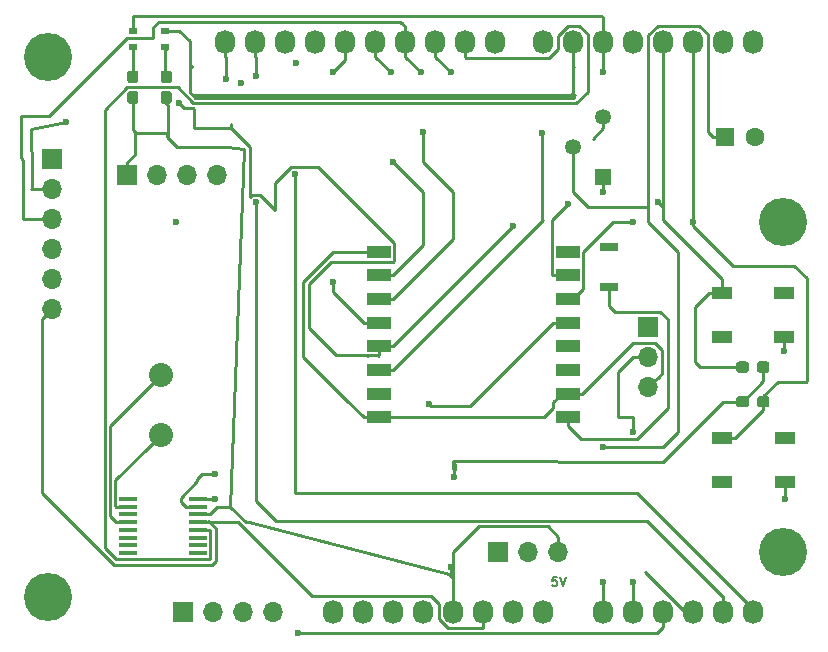
<source format=gtl>
G04 #@! TF.GenerationSoftware,KiCad,Pcbnew,(5.1.5)-3*
G04 #@! TF.CreationDate,2020-04-27T21:11:52-07:00*
G04 #@! TF.ProjectId,My_PCB,4d795f50-4342-42e6-9b69-6361645f7063,1*
G04 #@! TF.SameCoordinates,Original*
G04 #@! TF.FileFunction,Copper,L1,Top*
G04 #@! TF.FilePolarity,Positive*
%FSLAX46Y46*%
G04 Gerber Fmt 4.6, Leading zero omitted, Abs format (unit mm)*
G04 Created by KiCad (PCBNEW (5.1.5)-3) date 2020-04-27 21:11:52*
%MOMM*%
%LPD*%
G04 APERTURE LIST*
%ADD10C,0.150000*%
%ADD11C,4.064000*%
%ADD12R,2.000000X1.000000*%
%ADD13R,1.701800X0.990600*%
%ADD14C,0.100000*%
%ADD15O,1.727200X2.032000*%
%ADD16R,0.800000X0.600000*%
%ADD17C,1.346200*%
%ADD18R,1.346200X1.346200*%
%ADD19R,1.700000X1.700000*%
%ADD20O,1.700000X1.700000*%
%ADD21R,1.600000X0.800000*%
%ADD22R,1.500000X0.450000*%
%ADD23C,2.032000*%
%ADD24R,1.600000X1.600000*%
%ADD25C,1.600000*%
%ADD26C,0.600000*%
%ADD27C,0.250000*%
G04 APERTURE END LIST*
D10*
X157845142Y-120874285D02*
X157488000Y-120874285D01*
X157452285Y-121231428D01*
X157488000Y-121195714D01*
X157559428Y-121160000D01*
X157738000Y-121160000D01*
X157809428Y-121195714D01*
X157845142Y-121231428D01*
X157880857Y-121302857D01*
X157880857Y-121481428D01*
X157845142Y-121552857D01*
X157809428Y-121588571D01*
X157738000Y-121624285D01*
X157559428Y-121624285D01*
X157488000Y-121588571D01*
X157452285Y-121552857D01*
X158095142Y-120874285D02*
X158345142Y-121624285D01*
X158595142Y-120874285D01*
D11*
X177038000Y-90805000D03*
D12*
X142753001Y-93350001D03*
X142753001Y-95350001D03*
X142753001Y-97350001D03*
X142753001Y-99350001D03*
X142753001Y-101350001D03*
X142753001Y-103350001D03*
X142753001Y-105350001D03*
X142753001Y-107350001D03*
X158753001Y-107350001D03*
X158753001Y-105350001D03*
X158753001Y-103350001D03*
X158753001Y-101350001D03*
X158753001Y-99350001D03*
X158753001Y-97350001D03*
X158753001Y-95350001D03*
X158753001Y-93350001D03*
D13*
X177149600Y-109115001D03*
X177149600Y-112814999D03*
X171866400Y-112814999D03*
X171866400Y-109115001D03*
X177089600Y-96865001D03*
X177089600Y-100564999D03*
X171806400Y-100564999D03*
X171806400Y-96865001D03*
G04 #@! TA.AperFunction,SMDPad,CuDef*
D14*
G36*
X125038779Y-78006144D02*
G01*
X125061834Y-78009563D01*
X125084443Y-78015227D01*
X125106387Y-78023079D01*
X125127457Y-78033044D01*
X125147448Y-78045026D01*
X125166168Y-78058910D01*
X125183438Y-78074562D01*
X125199090Y-78091832D01*
X125212974Y-78110552D01*
X125224956Y-78130543D01*
X125234921Y-78151613D01*
X125242773Y-78173557D01*
X125248437Y-78196166D01*
X125251856Y-78219221D01*
X125253000Y-78242500D01*
X125253000Y-78817500D01*
X125251856Y-78840779D01*
X125248437Y-78863834D01*
X125242773Y-78886443D01*
X125234921Y-78908387D01*
X125224956Y-78929457D01*
X125212974Y-78949448D01*
X125199090Y-78968168D01*
X125183438Y-78985438D01*
X125166168Y-79001090D01*
X125147448Y-79014974D01*
X125127457Y-79026956D01*
X125106387Y-79036921D01*
X125084443Y-79044773D01*
X125061834Y-79050437D01*
X125038779Y-79053856D01*
X125015500Y-79055000D01*
X124540500Y-79055000D01*
X124517221Y-79053856D01*
X124494166Y-79050437D01*
X124471557Y-79044773D01*
X124449613Y-79036921D01*
X124428543Y-79026956D01*
X124408552Y-79014974D01*
X124389832Y-79001090D01*
X124372562Y-78985438D01*
X124356910Y-78968168D01*
X124343026Y-78949448D01*
X124331044Y-78929457D01*
X124321079Y-78908387D01*
X124313227Y-78886443D01*
X124307563Y-78863834D01*
X124304144Y-78840779D01*
X124303000Y-78817500D01*
X124303000Y-78242500D01*
X124304144Y-78219221D01*
X124307563Y-78196166D01*
X124313227Y-78173557D01*
X124321079Y-78151613D01*
X124331044Y-78130543D01*
X124343026Y-78110552D01*
X124356910Y-78091832D01*
X124372562Y-78074562D01*
X124389832Y-78058910D01*
X124408552Y-78045026D01*
X124428543Y-78033044D01*
X124449613Y-78023079D01*
X124471557Y-78015227D01*
X124494166Y-78009563D01*
X124517221Y-78006144D01*
X124540500Y-78005000D01*
X125015500Y-78005000D01*
X125038779Y-78006144D01*
G37*
G04 #@! TD.AperFunction*
G04 #@! TA.AperFunction,SMDPad,CuDef*
G36*
X125038779Y-79756144D02*
G01*
X125061834Y-79759563D01*
X125084443Y-79765227D01*
X125106387Y-79773079D01*
X125127457Y-79783044D01*
X125147448Y-79795026D01*
X125166168Y-79808910D01*
X125183438Y-79824562D01*
X125199090Y-79841832D01*
X125212974Y-79860552D01*
X125224956Y-79880543D01*
X125234921Y-79901613D01*
X125242773Y-79923557D01*
X125248437Y-79946166D01*
X125251856Y-79969221D01*
X125253000Y-79992500D01*
X125253000Y-80567500D01*
X125251856Y-80590779D01*
X125248437Y-80613834D01*
X125242773Y-80636443D01*
X125234921Y-80658387D01*
X125224956Y-80679457D01*
X125212974Y-80699448D01*
X125199090Y-80718168D01*
X125183438Y-80735438D01*
X125166168Y-80751090D01*
X125147448Y-80764974D01*
X125127457Y-80776956D01*
X125106387Y-80786921D01*
X125084443Y-80794773D01*
X125061834Y-80800437D01*
X125038779Y-80803856D01*
X125015500Y-80805000D01*
X124540500Y-80805000D01*
X124517221Y-80803856D01*
X124494166Y-80800437D01*
X124471557Y-80794773D01*
X124449613Y-80786921D01*
X124428543Y-80776956D01*
X124408552Y-80764974D01*
X124389832Y-80751090D01*
X124372562Y-80735438D01*
X124356910Y-80718168D01*
X124343026Y-80699448D01*
X124331044Y-80679457D01*
X124321079Y-80658387D01*
X124313227Y-80636443D01*
X124307563Y-80613834D01*
X124304144Y-80590779D01*
X124303000Y-80567500D01*
X124303000Y-79992500D01*
X124304144Y-79969221D01*
X124307563Y-79946166D01*
X124313227Y-79923557D01*
X124321079Y-79901613D01*
X124331044Y-79880543D01*
X124343026Y-79860552D01*
X124356910Y-79841832D01*
X124372562Y-79824562D01*
X124389832Y-79808910D01*
X124408552Y-79795026D01*
X124428543Y-79783044D01*
X124449613Y-79773079D01*
X124471557Y-79765227D01*
X124494166Y-79759563D01*
X124517221Y-79756144D01*
X124540500Y-79755000D01*
X125015500Y-79755000D01*
X125038779Y-79756144D01*
G37*
G04 #@! TD.AperFunction*
G04 #@! TA.AperFunction,SMDPad,CuDef*
G36*
X122208779Y-79756144D02*
G01*
X122231834Y-79759563D01*
X122254443Y-79765227D01*
X122276387Y-79773079D01*
X122297457Y-79783044D01*
X122317448Y-79795026D01*
X122336168Y-79808910D01*
X122353438Y-79824562D01*
X122369090Y-79841832D01*
X122382974Y-79860552D01*
X122394956Y-79880543D01*
X122404921Y-79901613D01*
X122412773Y-79923557D01*
X122418437Y-79946166D01*
X122421856Y-79969221D01*
X122423000Y-79992500D01*
X122423000Y-80567500D01*
X122421856Y-80590779D01*
X122418437Y-80613834D01*
X122412773Y-80636443D01*
X122404921Y-80658387D01*
X122394956Y-80679457D01*
X122382974Y-80699448D01*
X122369090Y-80718168D01*
X122353438Y-80735438D01*
X122336168Y-80751090D01*
X122317448Y-80764974D01*
X122297457Y-80776956D01*
X122276387Y-80786921D01*
X122254443Y-80794773D01*
X122231834Y-80800437D01*
X122208779Y-80803856D01*
X122185500Y-80805000D01*
X121710500Y-80805000D01*
X121687221Y-80803856D01*
X121664166Y-80800437D01*
X121641557Y-80794773D01*
X121619613Y-80786921D01*
X121598543Y-80776956D01*
X121578552Y-80764974D01*
X121559832Y-80751090D01*
X121542562Y-80735438D01*
X121526910Y-80718168D01*
X121513026Y-80699448D01*
X121501044Y-80679457D01*
X121491079Y-80658387D01*
X121483227Y-80636443D01*
X121477563Y-80613834D01*
X121474144Y-80590779D01*
X121473000Y-80567500D01*
X121473000Y-79992500D01*
X121474144Y-79969221D01*
X121477563Y-79946166D01*
X121483227Y-79923557D01*
X121491079Y-79901613D01*
X121501044Y-79880543D01*
X121513026Y-79860552D01*
X121526910Y-79841832D01*
X121542562Y-79824562D01*
X121559832Y-79808910D01*
X121578552Y-79795026D01*
X121598543Y-79783044D01*
X121619613Y-79773079D01*
X121641557Y-79765227D01*
X121664166Y-79759563D01*
X121687221Y-79756144D01*
X121710500Y-79755000D01*
X122185500Y-79755000D01*
X122208779Y-79756144D01*
G37*
G04 #@! TD.AperFunction*
G04 #@! TA.AperFunction,SMDPad,CuDef*
G36*
X122208779Y-78006144D02*
G01*
X122231834Y-78009563D01*
X122254443Y-78015227D01*
X122276387Y-78023079D01*
X122297457Y-78033044D01*
X122317448Y-78045026D01*
X122336168Y-78058910D01*
X122353438Y-78074562D01*
X122369090Y-78091832D01*
X122382974Y-78110552D01*
X122394956Y-78130543D01*
X122404921Y-78151613D01*
X122412773Y-78173557D01*
X122418437Y-78196166D01*
X122421856Y-78219221D01*
X122423000Y-78242500D01*
X122423000Y-78817500D01*
X122421856Y-78840779D01*
X122418437Y-78863834D01*
X122412773Y-78886443D01*
X122404921Y-78908387D01*
X122394956Y-78929457D01*
X122382974Y-78949448D01*
X122369090Y-78968168D01*
X122353438Y-78985438D01*
X122336168Y-79001090D01*
X122317448Y-79014974D01*
X122297457Y-79026956D01*
X122276387Y-79036921D01*
X122254443Y-79044773D01*
X122231834Y-79050437D01*
X122208779Y-79053856D01*
X122185500Y-79055000D01*
X121710500Y-79055000D01*
X121687221Y-79053856D01*
X121664166Y-79050437D01*
X121641557Y-79044773D01*
X121619613Y-79036921D01*
X121598543Y-79026956D01*
X121578552Y-79014974D01*
X121559832Y-79001090D01*
X121542562Y-78985438D01*
X121526910Y-78968168D01*
X121513026Y-78949448D01*
X121501044Y-78929457D01*
X121491079Y-78908387D01*
X121483227Y-78886443D01*
X121477563Y-78863834D01*
X121474144Y-78840779D01*
X121473000Y-78817500D01*
X121473000Y-78242500D01*
X121474144Y-78219221D01*
X121477563Y-78196166D01*
X121483227Y-78173557D01*
X121491079Y-78151613D01*
X121501044Y-78130543D01*
X121513026Y-78110552D01*
X121526910Y-78091832D01*
X121542562Y-78074562D01*
X121559832Y-78058910D01*
X121578552Y-78045026D01*
X121598543Y-78033044D01*
X121619613Y-78023079D01*
X121641557Y-78015227D01*
X121664166Y-78009563D01*
X121687221Y-78006144D01*
X121710500Y-78005000D01*
X122185500Y-78005000D01*
X122208779Y-78006144D01*
G37*
G04 #@! TD.AperFunction*
G04 #@! TA.AperFunction,SMDPad,CuDef*
G36*
X173883779Y-105581144D02*
G01*
X173906834Y-105584563D01*
X173929443Y-105590227D01*
X173951387Y-105598079D01*
X173972457Y-105608044D01*
X173992448Y-105620026D01*
X174011168Y-105633910D01*
X174028438Y-105649562D01*
X174044090Y-105666832D01*
X174057974Y-105685552D01*
X174069956Y-105705543D01*
X174079921Y-105726613D01*
X174087773Y-105748557D01*
X174093437Y-105771166D01*
X174096856Y-105794221D01*
X174098000Y-105817500D01*
X174098000Y-106292500D01*
X174096856Y-106315779D01*
X174093437Y-106338834D01*
X174087773Y-106361443D01*
X174079921Y-106383387D01*
X174069956Y-106404457D01*
X174057974Y-106424448D01*
X174044090Y-106443168D01*
X174028438Y-106460438D01*
X174011168Y-106476090D01*
X173992448Y-106489974D01*
X173972457Y-106501956D01*
X173951387Y-106511921D01*
X173929443Y-106519773D01*
X173906834Y-106525437D01*
X173883779Y-106528856D01*
X173860500Y-106530000D01*
X173285500Y-106530000D01*
X173262221Y-106528856D01*
X173239166Y-106525437D01*
X173216557Y-106519773D01*
X173194613Y-106511921D01*
X173173543Y-106501956D01*
X173153552Y-106489974D01*
X173134832Y-106476090D01*
X173117562Y-106460438D01*
X173101910Y-106443168D01*
X173088026Y-106424448D01*
X173076044Y-106404457D01*
X173066079Y-106383387D01*
X173058227Y-106361443D01*
X173052563Y-106338834D01*
X173049144Y-106315779D01*
X173048000Y-106292500D01*
X173048000Y-105817500D01*
X173049144Y-105794221D01*
X173052563Y-105771166D01*
X173058227Y-105748557D01*
X173066079Y-105726613D01*
X173076044Y-105705543D01*
X173088026Y-105685552D01*
X173101910Y-105666832D01*
X173117562Y-105649562D01*
X173134832Y-105633910D01*
X173153552Y-105620026D01*
X173173543Y-105608044D01*
X173194613Y-105598079D01*
X173216557Y-105590227D01*
X173239166Y-105584563D01*
X173262221Y-105581144D01*
X173285500Y-105580000D01*
X173860500Y-105580000D01*
X173883779Y-105581144D01*
G37*
G04 #@! TD.AperFunction*
G04 #@! TA.AperFunction,SMDPad,CuDef*
G36*
X175633779Y-105581144D02*
G01*
X175656834Y-105584563D01*
X175679443Y-105590227D01*
X175701387Y-105598079D01*
X175722457Y-105608044D01*
X175742448Y-105620026D01*
X175761168Y-105633910D01*
X175778438Y-105649562D01*
X175794090Y-105666832D01*
X175807974Y-105685552D01*
X175819956Y-105705543D01*
X175829921Y-105726613D01*
X175837773Y-105748557D01*
X175843437Y-105771166D01*
X175846856Y-105794221D01*
X175848000Y-105817500D01*
X175848000Y-106292500D01*
X175846856Y-106315779D01*
X175843437Y-106338834D01*
X175837773Y-106361443D01*
X175829921Y-106383387D01*
X175819956Y-106404457D01*
X175807974Y-106424448D01*
X175794090Y-106443168D01*
X175778438Y-106460438D01*
X175761168Y-106476090D01*
X175742448Y-106489974D01*
X175722457Y-106501956D01*
X175701387Y-106511921D01*
X175679443Y-106519773D01*
X175656834Y-106525437D01*
X175633779Y-106528856D01*
X175610500Y-106530000D01*
X175035500Y-106530000D01*
X175012221Y-106528856D01*
X174989166Y-106525437D01*
X174966557Y-106519773D01*
X174944613Y-106511921D01*
X174923543Y-106501956D01*
X174903552Y-106489974D01*
X174884832Y-106476090D01*
X174867562Y-106460438D01*
X174851910Y-106443168D01*
X174838026Y-106424448D01*
X174826044Y-106404457D01*
X174816079Y-106383387D01*
X174808227Y-106361443D01*
X174802563Y-106338834D01*
X174799144Y-106315779D01*
X174798000Y-106292500D01*
X174798000Y-105817500D01*
X174799144Y-105794221D01*
X174802563Y-105771166D01*
X174808227Y-105748557D01*
X174816079Y-105726613D01*
X174826044Y-105705543D01*
X174838026Y-105685552D01*
X174851910Y-105666832D01*
X174867562Y-105649562D01*
X174884832Y-105633910D01*
X174903552Y-105620026D01*
X174923543Y-105608044D01*
X174944613Y-105598079D01*
X174966557Y-105590227D01*
X174989166Y-105584563D01*
X175012221Y-105581144D01*
X175035500Y-105580000D01*
X175610500Y-105580000D01*
X175633779Y-105581144D01*
G37*
G04 #@! TD.AperFunction*
G04 #@! TA.AperFunction,SMDPad,CuDef*
G36*
X175633779Y-102631144D02*
G01*
X175656834Y-102634563D01*
X175679443Y-102640227D01*
X175701387Y-102648079D01*
X175722457Y-102658044D01*
X175742448Y-102670026D01*
X175761168Y-102683910D01*
X175778438Y-102699562D01*
X175794090Y-102716832D01*
X175807974Y-102735552D01*
X175819956Y-102755543D01*
X175829921Y-102776613D01*
X175837773Y-102798557D01*
X175843437Y-102821166D01*
X175846856Y-102844221D01*
X175848000Y-102867500D01*
X175848000Y-103342500D01*
X175846856Y-103365779D01*
X175843437Y-103388834D01*
X175837773Y-103411443D01*
X175829921Y-103433387D01*
X175819956Y-103454457D01*
X175807974Y-103474448D01*
X175794090Y-103493168D01*
X175778438Y-103510438D01*
X175761168Y-103526090D01*
X175742448Y-103539974D01*
X175722457Y-103551956D01*
X175701387Y-103561921D01*
X175679443Y-103569773D01*
X175656834Y-103575437D01*
X175633779Y-103578856D01*
X175610500Y-103580000D01*
X175035500Y-103580000D01*
X175012221Y-103578856D01*
X174989166Y-103575437D01*
X174966557Y-103569773D01*
X174944613Y-103561921D01*
X174923543Y-103551956D01*
X174903552Y-103539974D01*
X174884832Y-103526090D01*
X174867562Y-103510438D01*
X174851910Y-103493168D01*
X174838026Y-103474448D01*
X174826044Y-103454457D01*
X174816079Y-103433387D01*
X174808227Y-103411443D01*
X174802563Y-103388834D01*
X174799144Y-103365779D01*
X174798000Y-103342500D01*
X174798000Y-102867500D01*
X174799144Y-102844221D01*
X174802563Y-102821166D01*
X174808227Y-102798557D01*
X174816079Y-102776613D01*
X174826044Y-102755543D01*
X174838026Y-102735552D01*
X174851910Y-102716832D01*
X174867562Y-102699562D01*
X174884832Y-102683910D01*
X174903552Y-102670026D01*
X174923543Y-102658044D01*
X174944613Y-102648079D01*
X174966557Y-102640227D01*
X174989166Y-102634563D01*
X175012221Y-102631144D01*
X175035500Y-102630000D01*
X175610500Y-102630000D01*
X175633779Y-102631144D01*
G37*
G04 #@! TD.AperFunction*
G04 #@! TA.AperFunction,SMDPad,CuDef*
G36*
X173883779Y-102631144D02*
G01*
X173906834Y-102634563D01*
X173929443Y-102640227D01*
X173951387Y-102648079D01*
X173972457Y-102658044D01*
X173992448Y-102670026D01*
X174011168Y-102683910D01*
X174028438Y-102699562D01*
X174044090Y-102716832D01*
X174057974Y-102735552D01*
X174069956Y-102755543D01*
X174079921Y-102776613D01*
X174087773Y-102798557D01*
X174093437Y-102821166D01*
X174096856Y-102844221D01*
X174098000Y-102867500D01*
X174098000Y-103342500D01*
X174096856Y-103365779D01*
X174093437Y-103388834D01*
X174087773Y-103411443D01*
X174079921Y-103433387D01*
X174069956Y-103454457D01*
X174057974Y-103474448D01*
X174044090Y-103493168D01*
X174028438Y-103510438D01*
X174011168Y-103526090D01*
X173992448Y-103539974D01*
X173972457Y-103551956D01*
X173951387Y-103561921D01*
X173929443Y-103569773D01*
X173906834Y-103575437D01*
X173883779Y-103578856D01*
X173860500Y-103580000D01*
X173285500Y-103580000D01*
X173262221Y-103578856D01*
X173239166Y-103575437D01*
X173216557Y-103569773D01*
X173194613Y-103561921D01*
X173173543Y-103551956D01*
X173153552Y-103539974D01*
X173134832Y-103526090D01*
X173117562Y-103510438D01*
X173101910Y-103493168D01*
X173088026Y-103474448D01*
X173076044Y-103454457D01*
X173066079Y-103433387D01*
X173058227Y-103411443D01*
X173052563Y-103388834D01*
X173049144Y-103365779D01*
X173048000Y-103342500D01*
X173048000Y-102867500D01*
X173049144Y-102844221D01*
X173052563Y-102821166D01*
X173058227Y-102798557D01*
X173066079Y-102776613D01*
X173076044Y-102755543D01*
X173088026Y-102735552D01*
X173101910Y-102716832D01*
X173117562Y-102699562D01*
X173134832Y-102683910D01*
X173153552Y-102670026D01*
X173173543Y-102658044D01*
X173194613Y-102648079D01*
X173216557Y-102640227D01*
X173239166Y-102634563D01*
X173262221Y-102631144D01*
X173285500Y-102630000D01*
X173860500Y-102630000D01*
X173883779Y-102631144D01*
G37*
G04 #@! TD.AperFunction*
D15*
X138938000Y-123825000D03*
X141478000Y-123825000D03*
X144018000Y-123825000D03*
X146558000Y-123825000D03*
X149098000Y-123825000D03*
X151638000Y-123825000D03*
X154178000Y-123825000D03*
X156718000Y-123825000D03*
X161798000Y-123825000D03*
X164338000Y-123825000D03*
X166878000Y-123825000D03*
X169418000Y-123825000D03*
X171958000Y-123825000D03*
X174498000Y-123825000D03*
X129794000Y-75565000D03*
X132334000Y-75565000D03*
X134874000Y-75565000D03*
X137414000Y-75565000D03*
X139954000Y-75565000D03*
X142494000Y-75565000D03*
X145034000Y-75565000D03*
X147574000Y-75565000D03*
X150114000Y-75565000D03*
X152654000Y-75565000D03*
X156718000Y-75565000D03*
X159258000Y-75565000D03*
X161798000Y-75565000D03*
X164338000Y-75565000D03*
X166878000Y-75565000D03*
X169418000Y-75565000D03*
X171958000Y-75565000D03*
X174498000Y-75565000D03*
D11*
X114808000Y-122555000D03*
X177038000Y-118745000D03*
X114808000Y-76835000D03*
D16*
X121948000Y-74615000D03*
X121948000Y-76015000D03*
X124698000Y-76015000D03*
X124698000Y-74615000D03*
D17*
X161798000Y-81915000D03*
X159258000Y-84455000D03*
D18*
X161798000Y-86995000D03*
D19*
X165608000Y-99695000D03*
D20*
X165608000Y-102235000D03*
X165608000Y-104775000D03*
D19*
X126238000Y-123825000D03*
D20*
X128778000Y-123825000D03*
X131318000Y-123825000D03*
X133858000Y-123825000D03*
D19*
X152908000Y-118745000D03*
D20*
X155448000Y-118745000D03*
X157988000Y-118745000D03*
D21*
X162303001Y-96300001D03*
X162303001Y-92900001D03*
D22*
X121548000Y-114290000D03*
X121548000Y-114940000D03*
X121548000Y-115590000D03*
X121548000Y-116240000D03*
X121548000Y-116890000D03*
X121548000Y-117540000D03*
X121548000Y-118190000D03*
X121548000Y-118840000D03*
X127448000Y-118840000D03*
X127448000Y-118190000D03*
X127448000Y-117540000D03*
X127448000Y-116890000D03*
X127448000Y-116240000D03*
X127448000Y-115590000D03*
X127448000Y-114940000D03*
X127448000Y-114290000D03*
D23*
X124298000Y-108865000D03*
X124298000Y-103785000D03*
D19*
X121498000Y-86865000D03*
D20*
X124038000Y-86865000D03*
X126578000Y-86865000D03*
X129118000Y-86865000D03*
D19*
X115098000Y-85465000D03*
D20*
X115098000Y-88005000D03*
X115098000Y-90545000D03*
X115098000Y-93085000D03*
X115098000Y-95625000D03*
X115098000Y-98165000D03*
D24*
X172098000Y-83665000D03*
D25*
X174598000Y-83665000D03*
D26*
X149138000Y-112395000D03*
X148888000Y-120015000D03*
X161798000Y-88265000D03*
X177068000Y-101785000D03*
X177148000Y-114275000D03*
X131098000Y-79065000D03*
X135766400Y-77365000D03*
X161798000Y-109855000D03*
X161798000Y-121285000D03*
X164338000Y-121285000D03*
X164338000Y-108585000D03*
X128873000Y-114290000D03*
X135949020Y-125616020D03*
X128898000Y-112165000D03*
X132378000Y-78455000D03*
X132378000Y-89135000D03*
X135638000Y-86785000D03*
X129858000Y-78715000D03*
X161798000Y-78105000D03*
X161798000Y-78105000D03*
X156633001Y-83269999D03*
X158798000Y-89265000D03*
X166398000Y-89165000D03*
X164338000Y-90805000D03*
X169418000Y-90805000D03*
X138938000Y-78105000D03*
X138938000Y-95885000D03*
X148848000Y-78105000D03*
X154178000Y-91175002D03*
X116298000Y-82365000D03*
X125898000Y-80765000D03*
X146998000Y-106265000D03*
X143768000Y-78105000D03*
X144018000Y-85725000D03*
X125598000Y-90865000D03*
X142753001Y-95350001D03*
X146558000Y-83185000D03*
X146308000Y-78105000D03*
D27*
X149138000Y-111225000D02*
X149138000Y-111225000D01*
X161798000Y-88265000D02*
X161798000Y-88265000D01*
X149098000Y-118745000D02*
X149098000Y-121285000D01*
X149098000Y-121015000D02*
X149098000Y-123825000D01*
X124778000Y-80805000D02*
X124908000Y-80935000D01*
X124778000Y-80280000D02*
X124778000Y-80805000D01*
X124908000Y-80935000D02*
X124908000Y-83775000D01*
X121948000Y-83045000D02*
X121948000Y-80280000D01*
X124748000Y-83315000D02*
X122218000Y-83315000D01*
X124908000Y-83775000D02*
X124848000Y-83415000D01*
X124848000Y-83415000D02*
X124748000Y-83315000D01*
X175323000Y-104305000D02*
X173573000Y-106055000D01*
X175323000Y-103105000D02*
X175323000Y-104305000D01*
X148888000Y-120805000D02*
X149098000Y-121015000D01*
X149138000Y-112395000D02*
X149188000Y-111275000D01*
X148888000Y-120805000D02*
X148888000Y-120015000D01*
X166878000Y-111125000D02*
X171958000Y-106045000D01*
X149138000Y-112395000D02*
X149098000Y-111085000D01*
X149098000Y-111085000D02*
X166878000Y-111125000D01*
X161798000Y-86995000D02*
X161798000Y-88265000D01*
X157988000Y-117475000D02*
X157068010Y-116555010D01*
X157988000Y-118745000D02*
X157988000Y-117475000D01*
X151287990Y-116555010D02*
X149098000Y-118745000D01*
X157068010Y-116555010D02*
X151287990Y-116555010D01*
X149098000Y-121285000D02*
X149098000Y-123825000D01*
X148748000Y-120665000D02*
X148888000Y-120805000D01*
X131798000Y-116265000D02*
X148748000Y-120665000D01*
X131798000Y-116265000D02*
X131498000Y-116265000D01*
X131498000Y-116265000D02*
X130198000Y-114965000D01*
X129073000Y-114965000D02*
X130198000Y-114965000D01*
X128448000Y-115590000D02*
X129073000Y-114965000D01*
X127448000Y-115590000D02*
X128448000Y-115590000D01*
X171968000Y-106055000D02*
X173573000Y-106055000D01*
X171958000Y-106045000D02*
X171968000Y-106055000D01*
X124848000Y-83615000D02*
X124848000Y-83415000D01*
X125698000Y-84465000D02*
X124848000Y-83615000D01*
X129898000Y-84465000D02*
X125698000Y-84465000D01*
X130198000Y-114965000D02*
X131398000Y-84665000D01*
X131398000Y-84665000D02*
X129898000Y-84465000D01*
X121498000Y-85765000D02*
X122098000Y-85165000D01*
X121498000Y-86865000D02*
X121498000Y-85765000D01*
X122098000Y-85165000D02*
X122098000Y-83165000D01*
X122218000Y-83315000D02*
X122098000Y-83165000D01*
X122098000Y-83165000D02*
X121948000Y-83045000D01*
X177148000Y-114275000D02*
X177148000Y-114275000D01*
X177068000Y-101785000D02*
X177068000Y-101785000D01*
X140008000Y-105855000D02*
X136398000Y-102245000D01*
X166783001Y-103599999D02*
X166457999Y-103925001D01*
X161798000Y-82866907D02*
X160898000Y-83766907D01*
X161798000Y-81915000D02*
X161798000Y-82866907D01*
X177089600Y-101310299D02*
X177068000Y-101331899D01*
X177089600Y-100564999D02*
X177089600Y-101310299D01*
X177068000Y-101331899D02*
X177068000Y-101785000D01*
X177149600Y-113560299D02*
X177148000Y-113561899D01*
X177149600Y-112814999D02*
X177149600Y-113560299D01*
X177148000Y-113561899D02*
X177148000Y-114275000D01*
X157503001Y-106100001D02*
X158253001Y-105350001D01*
X157503001Y-106600001D02*
X157503001Y-106100001D01*
X156753001Y-107350001D02*
X157503001Y-106600001D01*
X158253001Y-105350001D02*
X158753001Y-105350001D01*
X142753001Y-107350001D02*
X156753001Y-107350001D01*
X141503001Y-107350001D02*
X140008000Y-105855000D01*
X142753001Y-107350001D02*
X141503001Y-107350001D01*
X138943001Y-93350001D02*
X142753001Y-93350001D01*
X136398000Y-102245000D02*
X136398000Y-95885000D01*
X138938000Y-93345000D02*
X138943001Y-93350001D01*
X136398000Y-95885000D02*
X138938000Y-93345000D01*
X166457999Y-103925001D02*
X165608000Y-104775000D01*
X166783001Y-101670999D02*
X166783001Y-103599999D01*
X166172001Y-101059999D02*
X166783001Y-101670999D01*
X164293003Y-101059999D02*
X166172001Y-101059999D01*
X160003001Y-105350001D02*
X164293003Y-101059999D01*
X158753001Y-105350001D02*
X160003001Y-105350001D01*
X127448000Y-116240000D02*
X128448000Y-116240000D01*
X151638000Y-125091000D02*
X151638000Y-123825000D01*
X151562990Y-125166010D02*
X151638000Y-125091000D01*
X147909390Y-124469738D02*
X148605662Y-125166010D01*
X147909390Y-123180262D02*
X147909390Y-124469738D01*
X147213118Y-122483990D02*
X147909390Y-123180262D01*
X148605662Y-125166010D02*
X151562990Y-125166010D01*
X130836590Y-116240000D02*
X137080580Y-122483990D01*
X137080580Y-122483990D02*
X147213118Y-122483990D01*
X127448000Y-116240000D02*
X130836590Y-116240000D01*
X128973010Y-116765010D02*
X128348001Y-116140001D01*
X114248001Y-99014999D02*
X114248001Y-113736413D01*
X120351599Y-119840011D02*
X128644402Y-119840010D01*
X115098000Y-98165000D02*
X114248001Y-99014999D01*
X128973010Y-119511402D02*
X128973010Y-116765010D01*
X114248001Y-113736413D02*
X120351599Y-119840011D01*
X128644402Y-119840010D02*
X128973010Y-119511402D01*
X161798000Y-109855000D02*
X161798000Y-109855000D01*
X161798000Y-121285000D02*
X161798000Y-121285000D01*
X168148000Y-95885000D02*
X168148000Y-97155000D01*
X168148000Y-93345000D02*
X168148000Y-97155000D01*
X168148000Y-107315000D02*
X168148000Y-108585000D01*
X159258000Y-84455000D02*
X159258000Y-86386202D01*
X159258000Y-84455000D02*
X159258000Y-88265000D01*
X159258000Y-88265000D02*
X160528000Y-89535000D01*
X160528000Y-89535000D02*
X165608000Y-89535000D01*
X165608000Y-89535000D02*
X165608000Y-90805000D01*
X165608000Y-90805000D02*
X168148000Y-93345000D01*
X168148000Y-97155000D02*
X168148000Y-107315000D01*
X168148000Y-108585000D02*
X166878000Y-109855000D01*
X166878000Y-109855000D02*
X161798000Y-109855000D01*
X161798000Y-123825000D02*
X161798000Y-121285000D01*
X165608000Y-75001652D02*
X165608000Y-89535000D01*
X166385662Y-74223990D02*
X165608000Y-75001652D01*
X169910338Y-74223990D02*
X166385662Y-74223990D01*
X170606610Y-83223610D02*
X170606610Y-74920262D01*
X170606610Y-74920262D02*
X169910338Y-74223990D01*
X171048000Y-83665000D02*
X170606610Y-83223610D01*
X172098000Y-83665000D02*
X171048000Y-83665000D01*
X164338000Y-121285000D02*
X164338000Y-121285000D01*
X164338000Y-108585000D02*
X164338000Y-108585000D01*
X165608000Y-102235000D02*
X164338000Y-102235000D01*
X164338000Y-102235000D02*
X163068000Y-103505000D01*
X163068000Y-103505000D02*
X163068000Y-107315000D01*
X163068000Y-107315000D02*
X164338000Y-107315000D01*
X164338000Y-107315000D02*
X164338000Y-108585000D01*
X164338000Y-123825000D02*
X164338000Y-121285000D01*
X128873000Y-114290000D02*
X128873000Y-114290000D01*
X135949020Y-125616020D02*
X135949020Y-125616020D01*
X166352980Y-125616020D02*
X135949020Y-125616020D01*
X166878000Y-123825000D02*
X166878000Y-125091000D01*
X166878000Y-125091000D02*
X166352980Y-125616020D01*
X127448000Y-114290000D02*
X128873000Y-114290000D01*
X128898000Y-112165000D02*
X128898000Y-112165000D01*
X128698000Y-112165000D02*
X128898000Y-112165000D01*
X169418000Y-124531652D02*
X165355747Y-120469399D01*
X126448000Y-114940000D02*
X125998000Y-114490000D01*
X127448000Y-114940000D02*
X126448000Y-114940000D01*
X125998000Y-114179998D02*
X127412998Y-112765000D01*
X125998000Y-114490000D02*
X125998000Y-114179998D01*
X169418000Y-123825000D02*
X169418000Y-124531652D01*
X127412998Y-112765000D02*
X127412998Y-112550002D01*
X127412998Y-112550002D02*
X127798000Y-112165000D01*
X127798000Y-112165000D02*
X128698000Y-112165000D01*
X132378000Y-89135000D02*
X132378000Y-89135000D01*
X132378000Y-78455000D02*
X132378000Y-78455000D01*
X171958000Y-122559000D02*
X171798000Y-122399000D01*
X171958000Y-123825000D02*
X171958000Y-122559000D01*
X171958000Y-122559000D02*
X167634000Y-118235000D01*
X171958000Y-122559000D02*
X165504000Y-116105000D01*
X165504000Y-116105000D02*
X134038000Y-116105000D01*
X134038000Y-116105000D02*
X132378000Y-114445000D01*
X132378000Y-114445000D02*
X132378000Y-89135000D01*
X132378000Y-89135000D02*
X132318000Y-89075000D01*
X132334000Y-76831000D02*
X132378000Y-76875000D01*
X132334000Y-75565000D02*
X132334000Y-76831000D01*
X132378000Y-76875000D02*
X132378000Y-78455000D01*
X135638000Y-86785000D02*
X135638000Y-86785000D01*
X129794000Y-76831000D02*
X129858000Y-76895000D01*
X129794000Y-75565000D02*
X129794000Y-76831000D01*
X129858000Y-76895000D02*
X129858000Y-78715000D01*
X174498000Y-123825000D02*
X174498000Y-123575000D01*
X174498000Y-123575000D02*
X164658000Y-113735000D01*
X164658000Y-113735000D02*
X135638000Y-113735000D01*
X135638000Y-113735000D02*
X135638000Y-86785000D01*
X129858000Y-78715000D02*
X129858000Y-78725000D01*
X157210338Y-76906010D02*
X150189010Y-76906010D01*
X157906610Y-76209738D02*
X157210338Y-76906010D01*
X157906610Y-75083042D02*
X157906610Y-76209738D01*
X159750338Y-74223990D02*
X158765662Y-74223990D01*
X150114000Y-76831000D02*
X150114000Y-75565000D01*
X160446610Y-74920262D02*
X159750338Y-74223990D01*
X160446610Y-79777800D02*
X160446610Y-74920262D01*
X159484400Y-80740010D02*
X160446610Y-79777800D01*
X150189010Y-76906010D02*
X150114000Y-76831000D01*
X127061600Y-80740010D02*
X159484400Y-80740010D01*
X125751580Y-79429990D02*
X127061600Y-80740010D01*
X121477500Y-79429990D02*
X125751580Y-79429990D01*
X119572979Y-118424981D02*
X119572979Y-81334511D01*
X120537999Y-119390001D02*
X119572979Y-118424981D01*
X128458001Y-119390001D02*
X120537999Y-119390001D01*
X128523001Y-119325001D02*
X128458001Y-119390001D01*
X128523001Y-116965001D02*
X128523001Y-119325001D01*
X119572979Y-81334511D02*
X121477500Y-79429990D01*
X128448000Y-116890000D02*
X128523001Y-116965001D01*
X158765662Y-74223990D02*
X157906610Y-75083042D01*
X127448000Y-116890000D02*
X128448000Y-116890000D01*
X126748000Y-77465000D02*
X126998000Y-77715000D01*
X127048000Y-80090000D02*
X159348000Y-80090000D01*
X159298000Y-77715000D02*
X159258000Y-77675000D01*
X126748000Y-76815000D02*
X126748000Y-79790000D01*
X126748000Y-76815000D02*
X126748000Y-77465000D01*
X126748000Y-79790000D02*
X127248000Y-80290000D01*
X127248000Y-80290000D02*
X159298000Y-80290000D01*
X159298000Y-80290000D02*
X159123000Y-80115000D01*
X159123000Y-80115000D02*
X159123000Y-79990000D01*
X159123000Y-79990000D02*
X159258000Y-79855000D01*
X159258000Y-77675000D02*
X159258000Y-77605000D01*
X159258000Y-79855000D02*
X159258000Y-77605000D01*
X159258000Y-77605000D02*
X159258000Y-75565000D01*
X125898000Y-74615000D02*
X124698000Y-74615000D01*
X126748000Y-76815000D02*
X126748000Y-75465000D01*
X126748000Y-75465000D02*
X125898000Y-74615000D01*
X161798000Y-78105000D02*
X161798000Y-78105000D01*
X156633001Y-83269999D02*
X156633001Y-83269999D01*
X161798000Y-78105000D02*
X161798000Y-78105000D01*
X161798000Y-73565000D02*
X161798000Y-75565000D01*
X121948000Y-74615000D02*
X121948000Y-73465000D01*
X161658010Y-73425010D02*
X161798000Y-73565000D01*
X121987990Y-73425010D02*
X161658010Y-73425010D01*
X121948000Y-73465000D02*
X121987990Y-73425010D01*
X142753001Y-103350001D02*
X144003001Y-103350001D01*
X156633001Y-90720001D02*
X156633001Y-83269999D01*
X156633001Y-90720001D02*
X156718000Y-90635002D01*
X144003001Y-103350001D02*
X156633001Y-90720001D01*
X161798000Y-75565000D02*
X161798000Y-78105000D01*
X158798000Y-89265000D02*
X158798000Y-89265000D01*
X166398000Y-89165000D02*
X166398000Y-89165000D01*
X170705500Y-96865001D02*
X171806400Y-96865001D01*
X169548000Y-102645000D02*
X169548000Y-98022501D01*
X173573000Y-103105000D02*
X170008000Y-103105000D01*
X169548000Y-98022501D02*
X170705500Y-96865001D01*
X170008000Y-103105000D02*
X169548000Y-102645000D01*
X171806400Y-96865001D02*
X171806400Y-95623400D01*
X166878000Y-90695000D02*
X166878000Y-75565000D01*
X171806400Y-95623400D02*
X166878000Y-90695000D01*
X157428000Y-95275000D02*
X157428000Y-90635000D01*
X158753001Y-95350001D02*
X157503001Y-95350001D01*
X157503001Y-95350001D02*
X157428000Y-95275000D01*
X157428000Y-90635000D02*
X158798000Y-89265000D01*
X166878000Y-90695000D02*
X166878000Y-89545000D01*
X166423001Y-89139999D02*
X166398000Y-89165000D01*
X166423001Y-89090001D02*
X166423001Y-89139999D01*
X166878000Y-89545000D02*
X166398000Y-89165000D01*
X164338000Y-90805000D02*
X164338000Y-90805000D01*
X172967300Y-109115001D02*
X171866400Y-109115001D01*
X175323000Y-106759301D02*
X172967300Y-109115001D01*
X175323000Y-106055000D02*
X175323000Y-106759301D01*
X169418000Y-91175000D02*
X169418000Y-90805000D01*
X177918000Y-94525000D02*
X172768000Y-94525000D01*
X178998000Y-95605000D02*
X177918000Y-94525000D01*
X175323000Y-105580000D02*
X176538000Y-104365000D01*
X175323000Y-106055000D02*
X175323000Y-105580000D01*
X172768000Y-94525000D02*
X169418000Y-91175000D01*
X176538000Y-104365000D02*
X178948000Y-104365000D01*
X178948000Y-104365000D02*
X178998000Y-104315000D01*
X178998000Y-104315000D02*
X178998000Y-95605000D01*
X160078002Y-96525000D02*
X160078002Y-93339998D01*
X160078002Y-93339998D02*
X162613000Y-90805000D01*
X158753001Y-97350001D02*
X159253001Y-97350001D01*
X159253001Y-97350001D02*
X160078002Y-96525000D01*
X162613000Y-90805000D02*
X164338000Y-90805000D01*
X169418000Y-90805000D02*
X169418000Y-75565000D01*
X138938000Y-95885000D02*
X138938000Y-95885000D01*
X138938000Y-78105000D02*
X138938000Y-78105000D01*
X141503001Y-99350001D02*
X138938000Y-96785000D01*
X142753001Y-99350001D02*
X141503001Y-99350001D01*
X139954000Y-75565000D02*
X139954000Y-77089000D01*
X139954000Y-77089000D02*
X138938000Y-78105000D01*
X138938000Y-96785000D02*
X138938000Y-95885000D01*
X154178000Y-91175002D02*
X154178000Y-91175002D01*
X148848000Y-78105000D02*
X148848000Y-78105000D01*
X144003001Y-101350001D02*
X154178000Y-91175002D01*
X142753001Y-101350001D02*
X144003001Y-101350001D01*
X147574000Y-76831000D02*
X148848000Y-78105000D01*
X147574000Y-75565000D02*
X147574000Y-76831000D01*
X142753001Y-102100001D02*
X142688002Y-102165000D01*
X142753001Y-101350001D02*
X142753001Y-102100001D01*
X141898000Y-102165000D02*
X141798000Y-102165000D01*
X131868697Y-84470032D02*
X130263665Y-82865000D01*
X132077999Y-88509999D02*
X131868697Y-88719301D01*
X132678001Y-88509999D02*
X132077999Y-88509999D01*
X133998000Y-89829998D02*
X132678001Y-88509999D01*
X139133001Y-102100001D02*
X136848010Y-99815010D01*
X136848010Y-96071400D02*
X138744408Y-94175002D01*
X131868697Y-88719301D02*
X131868697Y-84470032D01*
X142753001Y-102100001D02*
X139133001Y-102100001D01*
X136848010Y-99815010D02*
X136848010Y-96071400D01*
X144013002Y-94175002D02*
X144078002Y-94110002D01*
X144078002Y-94110002D02*
X144078002Y-92590000D01*
X138744408Y-94175002D02*
X144013002Y-94175002D01*
X133998000Y-87499998D02*
X133998000Y-89829998D01*
X144078002Y-92590000D02*
X137648001Y-86159999D01*
X137648001Y-86159999D02*
X135337999Y-86159999D01*
X135337999Y-86159999D02*
X133998000Y-87499998D01*
X113298000Y-82965000D02*
X116298000Y-82365000D01*
X113358000Y-88005000D02*
X113398000Y-87965000D01*
X115098000Y-88005000D02*
X113358000Y-88005000D01*
X113398000Y-87965000D02*
X113398000Y-84879998D01*
X113398000Y-84879998D02*
X113298000Y-84779998D01*
X113298000Y-84779998D02*
X113298000Y-82965000D01*
X130263665Y-82865000D02*
X130263665Y-82599335D01*
X130263665Y-82599335D02*
X130298000Y-82565000D01*
X130263665Y-82865000D02*
X127098000Y-82865000D01*
X127098000Y-82865000D02*
X127098000Y-82865000D01*
X127098000Y-82865000D02*
X127098000Y-82865000D01*
X116298000Y-82365000D02*
X116298000Y-82365000D01*
X127098000Y-82865000D02*
X127098000Y-81565000D01*
X127098000Y-81565000D02*
X127098000Y-81265000D01*
X127023020Y-81190020D02*
X126323020Y-81190020D01*
X127098000Y-81265000D02*
X127023020Y-81190020D01*
X126323020Y-81190020D02*
X125898000Y-80765000D01*
X125898000Y-80765000D02*
X125898000Y-80765000D01*
X157503001Y-99350001D02*
X158753001Y-99350001D01*
X150488002Y-106365000D02*
X157503001Y-99350001D01*
X147098000Y-106365000D02*
X150488002Y-106365000D01*
X146998000Y-106265000D02*
X146998000Y-106265000D01*
X146998000Y-106265000D02*
X147098000Y-106365000D01*
X144018000Y-85725000D02*
X144018000Y-85725000D01*
X143768000Y-78105000D02*
X143768000Y-78105000D01*
X142494000Y-76831000D02*
X143768000Y-78105000D01*
X142494000Y-75565000D02*
X142494000Y-76831000D01*
X144003001Y-95350001D02*
X146558000Y-92795002D01*
X142753001Y-95350001D02*
X142753001Y-95350001D01*
X146558000Y-92795002D02*
X146558000Y-88265000D01*
X146558000Y-88265000D02*
X144018000Y-85725000D01*
X142753001Y-95350001D02*
X144003001Y-95350001D01*
X146558000Y-83185000D02*
X146558000Y-83185000D01*
X146308000Y-78105000D02*
X146308000Y-78105000D01*
X145034000Y-76831000D02*
X146308000Y-78105000D01*
X145034000Y-75565000D02*
X145034000Y-76831000D01*
X144003001Y-97350001D02*
X149098000Y-92255002D01*
X142753001Y-97350001D02*
X144003001Y-97350001D01*
X149098000Y-92255002D02*
X149098000Y-88265000D01*
X149098000Y-88265000D02*
X146558000Y-85725000D01*
X146558000Y-85725000D02*
X146558000Y-83185000D01*
X123673001Y-75240001D02*
X123673001Y-75240001D01*
X112678000Y-90545000D02*
X115098000Y-90545000D01*
X112678000Y-85599998D02*
X112678000Y-90545000D01*
X112498000Y-85419998D02*
X112678000Y-85599998D01*
X124152978Y-73875020D02*
X123673001Y-74354997D01*
X144696000Y-73963000D02*
X144608020Y-73875020D01*
X123673001Y-74354997D02*
X123673001Y-75240001D01*
X123673001Y-75240001D02*
X121437997Y-75240001D01*
X144608020Y-73875020D02*
X124152978Y-73875020D01*
X114812998Y-81865000D02*
X112498000Y-81865000D01*
X144698000Y-73963000D02*
X144696000Y-73963000D01*
X145034000Y-74299000D02*
X144698000Y-73963000D01*
X145034000Y-75565000D02*
X145034000Y-74299000D01*
X121437997Y-75240001D02*
X114812998Y-81865000D01*
X112498000Y-81865000D02*
X112498000Y-85419998D01*
X121948000Y-76015000D02*
X121948000Y-76565000D01*
X121898000Y-76065000D02*
X121948000Y-76015000D01*
X121948000Y-76565000D02*
X121948000Y-78530000D01*
X124848000Y-76165000D02*
X124698000Y-76015000D01*
X124698000Y-78450000D02*
X124778000Y-78530000D01*
X124698000Y-76015000D02*
X124698000Y-78450000D01*
X162303001Y-96300001D02*
X162303001Y-97919999D01*
X167233010Y-99035008D02*
X166623002Y-98425000D01*
X158753001Y-108100001D02*
X159863001Y-109210001D01*
X158753001Y-107350001D02*
X158753001Y-108100001D01*
X159863001Y-109210001D02*
X164638001Y-109210001D01*
X164638001Y-109210001D02*
X167233010Y-106614992D01*
X167233010Y-106614992D02*
X167233010Y-99035008D01*
X162808002Y-98425000D02*
X162303001Y-97919999D01*
X166623002Y-98425000D02*
X162808002Y-98425000D01*
X123282001Y-109880999D02*
X124298000Y-108865000D01*
X120472999Y-112690001D02*
X123282001Y-109880999D01*
X120472999Y-114864999D02*
X120472999Y-112690001D01*
X120548000Y-114940000D02*
X120472999Y-114864999D01*
X121548000Y-114940000D02*
X120548000Y-114940000D01*
X120022989Y-108060011D02*
X123282001Y-104800999D01*
X123282001Y-104800999D02*
X124298000Y-103785000D01*
X120022989Y-115714989D02*
X120022989Y-108060011D01*
X120548000Y-116240000D02*
X120022989Y-115714989D01*
X121548000Y-116240000D02*
X120548000Y-116240000D01*
M02*

</source>
